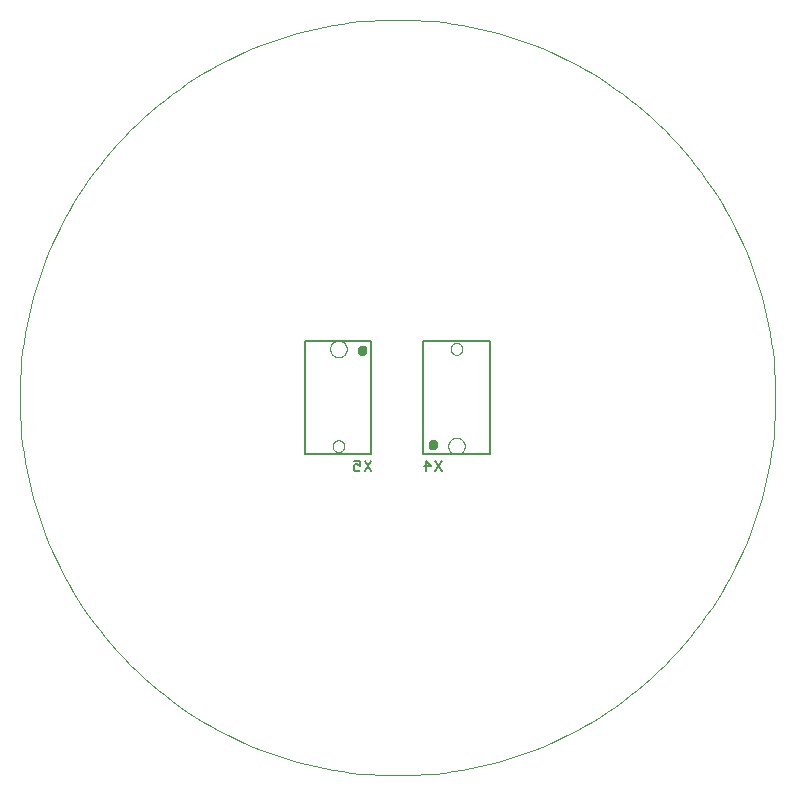
<source format=gbo>
G75*
%MOIN*%
%OFA0B0*%
%FSLAX25Y25*%
%IPPOS*%
%LPD*%
%AMOC8*
5,1,8,0,0,1.08239X$1,22.5*
%
%ADD10C,0.00394*%
%ADD11C,0.00000*%
%ADD12C,0.00787*%
%ADD13C,0.01575*%
%ADD14C,0.00600*%
D10*
X0001394Y0127378D02*
X0001432Y0130470D01*
X0001546Y0133560D01*
X0001735Y0136646D01*
X0002001Y0139727D01*
X0002341Y0142800D01*
X0002758Y0145864D01*
X0003249Y0148916D01*
X0003815Y0151956D01*
X0004455Y0154981D01*
X0005170Y0157990D01*
X0005958Y0160980D01*
X0006819Y0163949D01*
X0007753Y0166897D01*
X0008759Y0169821D01*
X0009836Y0172719D01*
X0010984Y0175590D01*
X0012202Y0178432D01*
X0013490Y0181243D01*
X0014846Y0184022D01*
X0016270Y0186766D01*
X0017761Y0189475D01*
X0019318Y0192147D01*
X0020940Y0194779D01*
X0022626Y0197371D01*
X0024375Y0199921D01*
X0026187Y0202427D01*
X0028059Y0204887D01*
X0029991Y0207301D01*
X0031982Y0209667D01*
X0034030Y0211984D01*
X0036134Y0214249D01*
X0038294Y0216462D01*
X0040507Y0218622D01*
X0042772Y0220726D01*
X0045089Y0222774D01*
X0047455Y0224765D01*
X0049869Y0226697D01*
X0052329Y0228569D01*
X0054835Y0230381D01*
X0057385Y0232130D01*
X0059977Y0233816D01*
X0062609Y0235438D01*
X0065281Y0236995D01*
X0067990Y0238486D01*
X0070734Y0239910D01*
X0073513Y0241266D01*
X0076324Y0242554D01*
X0079166Y0243772D01*
X0082037Y0244920D01*
X0084935Y0245997D01*
X0087859Y0247003D01*
X0090807Y0247937D01*
X0093776Y0248798D01*
X0096766Y0249586D01*
X0099775Y0250301D01*
X0102800Y0250941D01*
X0105840Y0251507D01*
X0108892Y0251998D01*
X0111956Y0252415D01*
X0115029Y0252755D01*
X0118110Y0253021D01*
X0121196Y0253210D01*
X0124286Y0253324D01*
X0127378Y0253362D01*
X0130470Y0253324D01*
X0133560Y0253210D01*
X0136646Y0253021D01*
X0139727Y0252755D01*
X0142800Y0252415D01*
X0145864Y0251998D01*
X0148916Y0251507D01*
X0151956Y0250941D01*
X0154981Y0250301D01*
X0157990Y0249586D01*
X0160980Y0248798D01*
X0163949Y0247937D01*
X0166897Y0247003D01*
X0169821Y0245997D01*
X0172719Y0244920D01*
X0175590Y0243772D01*
X0178432Y0242554D01*
X0181243Y0241266D01*
X0184022Y0239910D01*
X0186766Y0238486D01*
X0189475Y0236995D01*
X0192147Y0235438D01*
X0194779Y0233816D01*
X0197371Y0232130D01*
X0199921Y0230381D01*
X0202427Y0228569D01*
X0204887Y0226697D01*
X0207301Y0224765D01*
X0209667Y0222774D01*
X0211984Y0220726D01*
X0214249Y0218622D01*
X0216462Y0216462D01*
X0218622Y0214249D01*
X0220726Y0211984D01*
X0222774Y0209667D01*
X0224765Y0207301D01*
X0226697Y0204887D01*
X0228569Y0202427D01*
X0230381Y0199921D01*
X0232130Y0197371D01*
X0233816Y0194779D01*
X0235438Y0192147D01*
X0236995Y0189475D01*
X0238486Y0186766D01*
X0239910Y0184022D01*
X0241266Y0181243D01*
X0242554Y0178432D01*
X0243772Y0175590D01*
X0244920Y0172719D01*
X0245997Y0169821D01*
X0247003Y0166897D01*
X0247937Y0163949D01*
X0248798Y0160980D01*
X0249586Y0157990D01*
X0250301Y0154981D01*
X0250941Y0151956D01*
X0251507Y0148916D01*
X0251998Y0145864D01*
X0252415Y0142800D01*
X0252755Y0139727D01*
X0253021Y0136646D01*
X0253210Y0133560D01*
X0253324Y0130470D01*
X0253362Y0127378D01*
X0253324Y0124286D01*
X0253210Y0121196D01*
X0253021Y0118110D01*
X0252755Y0115029D01*
X0252415Y0111956D01*
X0251998Y0108892D01*
X0251507Y0105840D01*
X0250941Y0102800D01*
X0250301Y0099775D01*
X0249586Y0096766D01*
X0248798Y0093776D01*
X0247937Y0090807D01*
X0247003Y0087859D01*
X0245997Y0084935D01*
X0244920Y0082037D01*
X0243772Y0079166D01*
X0242554Y0076324D01*
X0241266Y0073513D01*
X0239910Y0070734D01*
X0238486Y0067990D01*
X0236995Y0065281D01*
X0235438Y0062609D01*
X0233816Y0059977D01*
X0232130Y0057385D01*
X0230381Y0054835D01*
X0228569Y0052329D01*
X0226697Y0049869D01*
X0224765Y0047455D01*
X0222774Y0045089D01*
X0220726Y0042772D01*
X0218622Y0040507D01*
X0216462Y0038294D01*
X0214249Y0036134D01*
X0211984Y0034030D01*
X0209667Y0031982D01*
X0207301Y0029991D01*
X0204887Y0028059D01*
X0202427Y0026187D01*
X0199921Y0024375D01*
X0197371Y0022626D01*
X0194779Y0020940D01*
X0192147Y0019318D01*
X0189475Y0017761D01*
X0186766Y0016270D01*
X0184022Y0014846D01*
X0181243Y0013490D01*
X0178432Y0012202D01*
X0175590Y0010984D01*
X0172719Y0009836D01*
X0169821Y0008759D01*
X0166897Y0007753D01*
X0163949Y0006819D01*
X0160980Y0005958D01*
X0157990Y0005170D01*
X0154981Y0004455D01*
X0151956Y0003815D01*
X0148916Y0003249D01*
X0145864Y0002758D01*
X0142800Y0002341D01*
X0139727Y0002001D01*
X0136646Y0001735D01*
X0133560Y0001546D01*
X0130470Y0001432D01*
X0127378Y0001394D01*
X0124286Y0001432D01*
X0121196Y0001546D01*
X0118110Y0001735D01*
X0115029Y0002001D01*
X0111956Y0002341D01*
X0108892Y0002758D01*
X0105840Y0003249D01*
X0102800Y0003815D01*
X0099775Y0004455D01*
X0096766Y0005170D01*
X0093776Y0005958D01*
X0090807Y0006819D01*
X0087859Y0007753D01*
X0084935Y0008759D01*
X0082037Y0009836D01*
X0079166Y0010984D01*
X0076324Y0012202D01*
X0073513Y0013490D01*
X0070734Y0014846D01*
X0067990Y0016270D01*
X0065281Y0017761D01*
X0062609Y0019318D01*
X0059977Y0020940D01*
X0057385Y0022626D01*
X0054835Y0024375D01*
X0052329Y0026187D01*
X0049869Y0028059D01*
X0047455Y0029991D01*
X0045089Y0031982D01*
X0042772Y0034030D01*
X0040507Y0036134D01*
X0038294Y0038294D01*
X0036134Y0040507D01*
X0034030Y0042772D01*
X0031982Y0045089D01*
X0029991Y0047455D01*
X0028059Y0049869D01*
X0026187Y0052329D01*
X0024375Y0054835D01*
X0022626Y0057385D01*
X0020940Y0059977D01*
X0019318Y0062609D01*
X0017761Y0065281D01*
X0016270Y0067990D01*
X0014846Y0070734D01*
X0013490Y0073513D01*
X0012202Y0076324D01*
X0010984Y0079166D01*
X0009836Y0082037D01*
X0008759Y0084935D01*
X0007753Y0087859D01*
X0006819Y0090807D01*
X0005958Y0093776D01*
X0005170Y0096766D01*
X0004455Y0099775D01*
X0003815Y0102800D01*
X0003249Y0105840D01*
X0002758Y0108892D01*
X0002341Y0111956D01*
X0002001Y0115029D01*
X0001735Y0118110D01*
X0001546Y0121196D01*
X0001432Y0124286D01*
X0001394Y0127378D01*
D11*
X0104937Y0143579D02*
X0104939Y0143684D01*
X0104945Y0143789D01*
X0104955Y0143893D01*
X0104969Y0143997D01*
X0104987Y0144101D01*
X0105009Y0144203D01*
X0105034Y0144305D01*
X0105064Y0144406D01*
X0105097Y0144505D01*
X0105134Y0144603D01*
X0105175Y0144700D01*
X0105220Y0144795D01*
X0105268Y0144888D01*
X0105319Y0144980D01*
X0105375Y0145069D01*
X0105433Y0145156D01*
X0105495Y0145241D01*
X0105559Y0145324D01*
X0105627Y0145404D01*
X0105698Y0145481D01*
X0105772Y0145555D01*
X0105849Y0145627D01*
X0105928Y0145696D01*
X0106010Y0145761D01*
X0106094Y0145824D01*
X0106181Y0145883D01*
X0106270Y0145939D01*
X0106361Y0145992D01*
X0106454Y0146041D01*
X0106548Y0146086D01*
X0106644Y0146128D01*
X0106742Y0146166D01*
X0106841Y0146200D01*
X0106942Y0146231D01*
X0107043Y0146257D01*
X0107146Y0146280D01*
X0107249Y0146299D01*
X0107353Y0146314D01*
X0107457Y0146325D01*
X0107562Y0146332D01*
X0107667Y0146335D01*
X0107772Y0146334D01*
X0107877Y0146329D01*
X0107981Y0146320D01*
X0108085Y0146307D01*
X0108189Y0146290D01*
X0108292Y0146269D01*
X0108394Y0146244D01*
X0108495Y0146216D01*
X0108594Y0146183D01*
X0108693Y0146147D01*
X0108790Y0146107D01*
X0108885Y0146064D01*
X0108979Y0146016D01*
X0109071Y0145966D01*
X0109161Y0145912D01*
X0109249Y0145854D01*
X0109334Y0145793D01*
X0109417Y0145729D01*
X0109498Y0145662D01*
X0109576Y0145592D01*
X0109651Y0145518D01*
X0109723Y0145443D01*
X0109793Y0145364D01*
X0109859Y0145283D01*
X0109923Y0145199D01*
X0109983Y0145113D01*
X0110039Y0145025D01*
X0110093Y0144934D01*
X0110143Y0144842D01*
X0110189Y0144748D01*
X0110232Y0144652D01*
X0110271Y0144554D01*
X0110306Y0144456D01*
X0110337Y0144355D01*
X0110365Y0144254D01*
X0110389Y0144152D01*
X0110409Y0144049D01*
X0110425Y0143945D01*
X0110437Y0143841D01*
X0110445Y0143736D01*
X0110449Y0143631D01*
X0110449Y0143527D01*
X0110445Y0143422D01*
X0110437Y0143317D01*
X0110425Y0143213D01*
X0110409Y0143109D01*
X0110389Y0143006D01*
X0110365Y0142904D01*
X0110337Y0142803D01*
X0110306Y0142702D01*
X0110271Y0142604D01*
X0110232Y0142506D01*
X0110189Y0142410D01*
X0110143Y0142316D01*
X0110093Y0142224D01*
X0110039Y0142133D01*
X0109983Y0142045D01*
X0109923Y0141959D01*
X0109859Y0141875D01*
X0109793Y0141794D01*
X0109723Y0141715D01*
X0109651Y0141640D01*
X0109576Y0141566D01*
X0109498Y0141496D01*
X0109417Y0141429D01*
X0109334Y0141365D01*
X0109249Y0141304D01*
X0109161Y0141246D01*
X0109071Y0141192D01*
X0108979Y0141142D01*
X0108885Y0141094D01*
X0108790Y0141051D01*
X0108693Y0141011D01*
X0108594Y0140975D01*
X0108495Y0140942D01*
X0108394Y0140914D01*
X0108292Y0140889D01*
X0108189Y0140868D01*
X0108085Y0140851D01*
X0107981Y0140838D01*
X0107877Y0140829D01*
X0107772Y0140824D01*
X0107667Y0140823D01*
X0107562Y0140826D01*
X0107457Y0140833D01*
X0107353Y0140844D01*
X0107249Y0140859D01*
X0107146Y0140878D01*
X0107043Y0140901D01*
X0106942Y0140927D01*
X0106841Y0140958D01*
X0106742Y0140992D01*
X0106644Y0141030D01*
X0106548Y0141072D01*
X0106454Y0141117D01*
X0106361Y0141166D01*
X0106270Y0141219D01*
X0106181Y0141275D01*
X0106094Y0141334D01*
X0106010Y0141397D01*
X0105928Y0141462D01*
X0105849Y0141531D01*
X0105772Y0141603D01*
X0105698Y0141677D01*
X0105627Y0141754D01*
X0105559Y0141834D01*
X0105495Y0141917D01*
X0105433Y0142002D01*
X0105375Y0142089D01*
X0105319Y0142178D01*
X0105268Y0142270D01*
X0105220Y0142363D01*
X0105175Y0142458D01*
X0105134Y0142555D01*
X0105097Y0142653D01*
X0105064Y0142752D01*
X0105034Y0142853D01*
X0105009Y0142955D01*
X0104987Y0143057D01*
X0104969Y0143161D01*
X0104955Y0143265D01*
X0104945Y0143369D01*
X0104939Y0143474D01*
X0104937Y0143579D01*
X0105724Y0111177D02*
X0105726Y0111265D01*
X0105732Y0111353D01*
X0105742Y0111441D01*
X0105756Y0111529D01*
X0105773Y0111615D01*
X0105795Y0111701D01*
X0105820Y0111785D01*
X0105850Y0111869D01*
X0105882Y0111951D01*
X0105919Y0112031D01*
X0105959Y0112110D01*
X0106003Y0112187D01*
X0106050Y0112262D01*
X0106100Y0112334D01*
X0106154Y0112405D01*
X0106210Y0112472D01*
X0106270Y0112538D01*
X0106332Y0112600D01*
X0106398Y0112660D01*
X0106465Y0112716D01*
X0106536Y0112770D01*
X0106608Y0112820D01*
X0106683Y0112867D01*
X0106760Y0112911D01*
X0106839Y0112951D01*
X0106919Y0112988D01*
X0107001Y0113020D01*
X0107085Y0113050D01*
X0107169Y0113075D01*
X0107255Y0113097D01*
X0107341Y0113114D01*
X0107429Y0113128D01*
X0107517Y0113138D01*
X0107605Y0113144D01*
X0107693Y0113146D01*
X0107781Y0113144D01*
X0107869Y0113138D01*
X0107957Y0113128D01*
X0108045Y0113114D01*
X0108131Y0113097D01*
X0108217Y0113075D01*
X0108301Y0113050D01*
X0108385Y0113020D01*
X0108467Y0112988D01*
X0108547Y0112951D01*
X0108626Y0112911D01*
X0108703Y0112867D01*
X0108778Y0112820D01*
X0108850Y0112770D01*
X0108921Y0112716D01*
X0108988Y0112660D01*
X0109054Y0112600D01*
X0109116Y0112538D01*
X0109176Y0112472D01*
X0109232Y0112405D01*
X0109286Y0112334D01*
X0109336Y0112262D01*
X0109383Y0112187D01*
X0109427Y0112110D01*
X0109467Y0112031D01*
X0109504Y0111951D01*
X0109536Y0111869D01*
X0109566Y0111785D01*
X0109591Y0111701D01*
X0109613Y0111615D01*
X0109630Y0111529D01*
X0109644Y0111441D01*
X0109654Y0111353D01*
X0109660Y0111265D01*
X0109662Y0111177D01*
X0109660Y0111089D01*
X0109654Y0111001D01*
X0109644Y0110913D01*
X0109630Y0110825D01*
X0109613Y0110739D01*
X0109591Y0110653D01*
X0109566Y0110569D01*
X0109536Y0110485D01*
X0109504Y0110403D01*
X0109467Y0110323D01*
X0109427Y0110244D01*
X0109383Y0110167D01*
X0109336Y0110092D01*
X0109286Y0110020D01*
X0109232Y0109949D01*
X0109176Y0109882D01*
X0109116Y0109816D01*
X0109054Y0109754D01*
X0108988Y0109694D01*
X0108921Y0109638D01*
X0108850Y0109584D01*
X0108778Y0109534D01*
X0108703Y0109487D01*
X0108626Y0109443D01*
X0108547Y0109403D01*
X0108467Y0109366D01*
X0108385Y0109334D01*
X0108301Y0109304D01*
X0108217Y0109279D01*
X0108131Y0109257D01*
X0108045Y0109240D01*
X0107957Y0109226D01*
X0107869Y0109216D01*
X0107781Y0109210D01*
X0107693Y0109208D01*
X0107605Y0109210D01*
X0107517Y0109216D01*
X0107429Y0109226D01*
X0107341Y0109240D01*
X0107255Y0109257D01*
X0107169Y0109279D01*
X0107085Y0109304D01*
X0107001Y0109334D01*
X0106919Y0109366D01*
X0106839Y0109403D01*
X0106760Y0109443D01*
X0106683Y0109487D01*
X0106608Y0109534D01*
X0106536Y0109584D01*
X0106465Y0109638D01*
X0106398Y0109694D01*
X0106332Y0109754D01*
X0106270Y0109816D01*
X0106210Y0109882D01*
X0106154Y0109949D01*
X0106100Y0110020D01*
X0106050Y0110092D01*
X0106003Y0110167D01*
X0105959Y0110244D01*
X0105919Y0110323D01*
X0105882Y0110403D01*
X0105850Y0110485D01*
X0105820Y0110569D01*
X0105795Y0110653D01*
X0105773Y0110739D01*
X0105756Y0110825D01*
X0105742Y0110913D01*
X0105732Y0111001D01*
X0105726Y0111089D01*
X0105724Y0111177D01*
X0144307Y0111177D02*
X0144309Y0111282D01*
X0144315Y0111387D01*
X0144325Y0111491D01*
X0144339Y0111595D01*
X0144357Y0111699D01*
X0144379Y0111801D01*
X0144404Y0111903D01*
X0144434Y0112004D01*
X0144467Y0112103D01*
X0144504Y0112201D01*
X0144545Y0112298D01*
X0144590Y0112393D01*
X0144638Y0112486D01*
X0144689Y0112578D01*
X0144745Y0112667D01*
X0144803Y0112754D01*
X0144865Y0112839D01*
X0144929Y0112922D01*
X0144997Y0113002D01*
X0145068Y0113079D01*
X0145142Y0113153D01*
X0145219Y0113225D01*
X0145298Y0113294D01*
X0145380Y0113359D01*
X0145464Y0113422D01*
X0145551Y0113481D01*
X0145640Y0113537D01*
X0145731Y0113590D01*
X0145824Y0113639D01*
X0145918Y0113684D01*
X0146014Y0113726D01*
X0146112Y0113764D01*
X0146211Y0113798D01*
X0146312Y0113829D01*
X0146413Y0113855D01*
X0146516Y0113878D01*
X0146619Y0113897D01*
X0146723Y0113912D01*
X0146827Y0113923D01*
X0146932Y0113930D01*
X0147037Y0113933D01*
X0147142Y0113932D01*
X0147247Y0113927D01*
X0147351Y0113918D01*
X0147455Y0113905D01*
X0147559Y0113888D01*
X0147662Y0113867D01*
X0147764Y0113842D01*
X0147865Y0113814D01*
X0147964Y0113781D01*
X0148063Y0113745D01*
X0148160Y0113705D01*
X0148255Y0113662D01*
X0148349Y0113614D01*
X0148441Y0113564D01*
X0148531Y0113510D01*
X0148619Y0113452D01*
X0148704Y0113391D01*
X0148787Y0113327D01*
X0148868Y0113260D01*
X0148946Y0113190D01*
X0149021Y0113116D01*
X0149093Y0113041D01*
X0149163Y0112962D01*
X0149229Y0112881D01*
X0149293Y0112797D01*
X0149353Y0112711D01*
X0149409Y0112623D01*
X0149463Y0112532D01*
X0149513Y0112440D01*
X0149559Y0112346D01*
X0149602Y0112250D01*
X0149641Y0112152D01*
X0149676Y0112054D01*
X0149707Y0111953D01*
X0149735Y0111852D01*
X0149759Y0111750D01*
X0149779Y0111647D01*
X0149795Y0111543D01*
X0149807Y0111439D01*
X0149815Y0111334D01*
X0149819Y0111229D01*
X0149819Y0111125D01*
X0149815Y0111020D01*
X0149807Y0110915D01*
X0149795Y0110811D01*
X0149779Y0110707D01*
X0149759Y0110604D01*
X0149735Y0110502D01*
X0149707Y0110401D01*
X0149676Y0110300D01*
X0149641Y0110202D01*
X0149602Y0110104D01*
X0149559Y0110008D01*
X0149513Y0109914D01*
X0149463Y0109822D01*
X0149409Y0109731D01*
X0149353Y0109643D01*
X0149293Y0109557D01*
X0149229Y0109473D01*
X0149163Y0109392D01*
X0149093Y0109313D01*
X0149021Y0109238D01*
X0148946Y0109164D01*
X0148868Y0109094D01*
X0148787Y0109027D01*
X0148704Y0108963D01*
X0148619Y0108902D01*
X0148531Y0108844D01*
X0148441Y0108790D01*
X0148349Y0108740D01*
X0148255Y0108692D01*
X0148160Y0108649D01*
X0148063Y0108609D01*
X0147964Y0108573D01*
X0147865Y0108540D01*
X0147764Y0108512D01*
X0147662Y0108487D01*
X0147559Y0108466D01*
X0147455Y0108449D01*
X0147351Y0108436D01*
X0147247Y0108427D01*
X0147142Y0108422D01*
X0147037Y0108421D01*
X0146932Y0108424D01*
X0146827Y0108431D01*
X0146723Y0108442D01*
X0146619Y0108457D01*
X0146516Y0108476D01*
X0146413Y0108499D01*
X0146312Y0108525D01*
X0146211Y0108556D01*
X0146112Y0108590D01*
X0146014Y0108628D01*
X0145918Y0108670D01*
X0145824Y0108715D01*
X0145731Y0108764D01*
X0145640Y0108817D01*
X0145551Y0108873D01*
X0145464Y0108932D01*
X0145380Y0108995D01*
X0145298Y0109060D01*
X0145219Y0109129D01*
X0145142Y0109201D01*
X0145068Y0109275D01*
X0144997Y0109352D01*
X0144929Y0109432D01*
X0144865Y0109515D01*
X0144803Y0109600D01*
X0144745Y0109687D01*
X0144689Y0109776D01*
X0144638Y0109868D01*
X0144590Y0109961D01*
X0144545Y0110056D01*
X0144504Y0110153D01*
X0144467Y0110251D01*
X0144434Y0110350D01*
X0144404Y0110451D01*
X0144379Y0110553D01*
X0144357Y0110655D01*
X0144339Y0110759D01*
X0144325Y0110863D01*
X0144315Y0110967D01*
X0144309Y0111072D01*
X0144307Y0111177D01*
X0145094Y0143579D02*
X0145096Y0143667D01*
X0145102Y0143755D01*
X0145112Y0143843D01*
X0145126Y0143931D01*
X0145143Y0144017D01*
X0145165Y0144103D01*
X0145190Y0144187D01*
X0145220Y0144271D01*
X0145252Y0144353D01*
X0145289Y0144433D01*
X0145329Y0144512D01*
X0145373Y0144589D01*
X0145420Y0144664D01*
X0145470Y0144736D01*
X0145524Y0144807D01*
X0145580Y0144874D01*
X0145640Y0144940D01*
X0145702Y0145002D01*
X0145768Y0145062D01*
X0145835Y0145118D01*
X0145906Y0145172D01*
X0145978Y0145222D01*
X0146053Y0145269D01*
X0146130Y0145313D01*
X0146209Y0145353D01*
X0146289Y0145390D01*
X0146371Y0145422D01*
X0146455Y0145452D01*
X0146539Y0145477D01*
X0146625Y0145499D01*
X0146711Y0145516D01*
X0146799Y0145530D01*
X0146887Y0145540D01*
X0146975Y0145546D01*
X0147063Y0145548D01*
X0147151Y0145546D01*
X0147239Y0145540D01*
X0147327Y0145530D01*
X0147415Y0145516D01*
X0147501Y0145499D01*
X0147587Y0145477D01*
X0147671Y0145452D01*
X0147755Y0145422D01*
X0147837Y0145390D01*
X0147917Y0145353D01*
X0147996Y0145313D01*
X0148073Y0145269D01*
X0148148Y0145222D01*
X0148220Y0145172D01*
X0148291Y0145118D01*
X0148358Y0145062D01*
X0148424Y0145002D01*
X0148486Y0144940D01*
X0148546Y0144874D01*
X0148602Y0144807D01*
X0148656Y0144736D01*
X0148706Y0144664D01*
X0148753Y0144589D01*
X0148797Y0144512D01*
X0148837Y0144433D01*
X0148874Y0144353D01*
X0148906Y0144271D01*
X0148936Y0144187D01*
X0148961Y0144103D01*
X0148983Y0144017D01*
X0149000Y0143931D01*
X0149014Y0143843D01*
X0149024Y0143755D01*
X0149030Y0143667D01*
X0149032Y0143579D01*
X0149030Y0143491D01*
X0149024Y0143403D01*
X0149014Y0143315D01*
X0149000Y0143227D01*
X0148983Y0143141D01*
X0148961Y0143055D01*
X0148936Y0142971D01*
X0148906Y0142887D01*
X0148874Y0142805D01*
X0148837Y0142725D01*
X0148797Y0142646D01*
X0148753Y0142569D01*
X0148706Y0142494D01*
X0148656Y0142422D01*
X0148602Y0142351D01*
X0148546Y0142284D01*
X0148486Y0142218D01*
X0148424Y0142156D01*
X0148358Y0142096D01*
X0148291Y0142040D01*
X0148220Y0141986D01*
X0148148Y0141936D01*
X0148073Y0141889D01*
X0147996Y0141845D01*
X0147917Y0141805D01*
X0147837Y0141768D01*
X0147755Y0141736D01*
X0147671Y0141706D01*
X0147587Y0141681D01*
X0147501Y0141659D01*
X0147415Y0141642D01*
X0147327Y0141628D01*
X0147239Y0141618D01*
X0147151Y0141612D01*
X0147063Y0141610D01*
X0146975Y0141612D01*
X0146887Y0141618D01*
X0146799Y0141628D01*
X0146711Y0141642D01*
X0146625Y0141659D01*
X0146539Y0141681D01*
X0146455Y0141706D01*
X0146371Y0141736D01*
X0146289Y0141768D01*
X0146209Y0141805D01*
X0146130Y0141845D01*
X0146053Y0141889D01*
X0145978Y0141936D01*
X0145906Y0141986D01*
X0145835Y0142040D01*
X0145768Y0142096D01*
X0145702Y0142156D01*
X0145640Y0142218D01*
X0145580Y0142284D01*
X0145524Y0142351D01*
X0145470Y0142422D01*
X0145420Y0142494D01*
X0145373Y0142569D01*
X0145329Y0142646D01*
X0145289Y0142725D01*
X0145252Y0142805D01*
X0145220Y0142887D01*
X0145190Y0142971D01*
X0145165Y0143055D01*
X0145143Y0143141D01*
X0145126Y0143227D01*
X0145112Y0143315D01*
X0145102Y0143403D01*
X0145096Y0143491D01*
X0145094Y0143579D01*
D12*
X0118717Y0108579D02*
X0096669Y0108579D01*
X0096669Y0146177D01*
X0118717Y0146177D01*
X0118717Y0108579D01*
X0136039Y0108579D02*
X0158087Y0108579D01*
X0158087Y0146177D01*
X0136039Y0146177D01*
X0136039Y0108579D01*
D13*
X0138402Y0111630D02*
X0138404Y0111686D01*
X0138410Y0111741D01*
X0138420Y0111795D01*
X0138433Y0111849D01*
X0138451Y0111902D01*
X0138472Y0111953D01*
X0138496Y0112003D01*
X0138524Y0112051D01*
X0138556Y0112097D01*
X0138590Y0112141D01*
X0138628Y0112182D01*
X0138668Y0112220D01*
X0138711Y0112255D01*
X0138756Y0112287D01*
X0138804Y0112316D01*
X0138853Y0112342D01*
X0138904Y0112364D01*
X0138956Y0112382D01*
X0139010Y0112396D01*
X0139065Y0112407D01*
X0139120Y0112414D01*
X0139175Y0112417D01*
X0139231Y0112416D01*
X0139286Y0112411D01*
X0139341Y0112402D01*
X0139395Y0112390D01*
X0139448Y0112373D01*
X0139500Y0112353D01*
X0139550Y0112329D01*
X0139598Y0112302D01*
X0139645Y0112272D01*
X0139689Y0112238D01*
X0139731Y0112201D01*
X0139769Y0112161D01*
X0139806Y0112119D01*
X0139839Y0112074D01*
X0139868Y0112028D01*
X0139895Y0111979D01*
X0139917Y0111928D01*
X0139937Y0111876D01*
X0139952Y0111822D01*
X0139964Y0111768D01*
X0139972Y0111713D01*
X0139976Y0111658D01*
X0139976Y0111602D01*
X0139972Y0111547D01*
X0139964Y0111492D01*
X0139952Y0111438D01*
X0139937Y0111384D01*
X0139917Y0111332D01*
X0139895Y0111281D01*
X0139868Y0111232D01*
X0139839Y0111186D01*
X0139806Y0111141D01*
X0139769Y0111099D01*
X0139731Y0111059D01*
X0139689Y0111022D01*
X0139645Y0110988D01*
X0139598Y0110958D01*
X0139550Y0110931D01*
X0139500Y0110907D01*
X0139448Y0110887D01*
X0139395Y0110870D01*
X0139341Y0110858D01*
X0139286Y0110849D01*
X0139231Y0110844D01*
X0139175Y0110843D01*
X0139120Y0110846D01*
X0139065Y0110853D01*
X0139010Y0110864D01*
X0138956Y0110878D01*
X0138904Y0110896D01*
X0138853Y0110918D01*
X0138804Y0110944D01*
X0138756Y0110973D01*
X0138711Y0111005D01*
X0138668Y0111040D01*
X0138628Y0111078D01*
X0138590Y0111119D01*
X0138556Y0111163D01*
X0138524Y0111209D01*
X0138496Y0111257D01*
X0138472Y0111307D01*
X0138451Y0111358D01*
X0138433Y0111411D01*
X0138420Y0111465D01*
X0138410Y0111519D01*
X0138404Y0111574D01*
X0138402Y0111630D01*
X0114780Y0143126D02*
X0114782Y0143182D01*
X0114788Y0143237D01*
X0114798Y0143291D01*
X0114811Y0143345D01*
X0114829Y0143398D01*
X0114850Y0143449D01*
X0114874Y0143499D01*
X0114902Y0143547D01*
X0114934Y0143593D01*
X0114968Y0143637D01*
X0115006Y0143678D01*
X0115046Y0143716D01*
X0115089Y0143751D01*
X0115134Y0143783D01*
X0115182Y0143812D01*
X0115231Y0143838D01*
X0115282Y0143860D01*
X0115334Y0143878D01*
X0115388Y0143892D01*
X0115443Y0143903D01*
X0115498Y0143910D01*
X0115553Y0143913D01*
X0115609Y0143912D01*
X0115664Y0143907D01*
X0115719Y0143898D01*
X0115773Y0143886D01*
X0115826Y0143869D01*
X0115878Y0143849D01*
X0115928Y0143825D01*
X0115976Y0143798D01*
X0116023Y0143768D01*
X0116067Y0143734D01*
X0116109Y0143697D01*
X0116147Y0143657D01*
X0116184Y0143615D01*
X0116217Y0143570D01*
X0116246Y0143524D01*
X0116273Y0143475D01*
X0116295Y0143424D01*
X0116315Y0143372D01*
X0116330Y0143318D01*
X0116342Y0143264D01*
X0116350Y0143209D01*
X0116354Y0143154D01*
X0116354Y0143098D01*
X0116350Y0143043D01*
X0116342Y0142988D01*
X0116330Y0142934D01*
X0116315Y0142880D01*
X0116295Y0142828D01*
X0116273Y0142777D01*
X0116246Y0142728D01*
X0116217Y0142682D01*
X0116184Y0142637D01*
X0116147Y0142595D01*
X0116109Y0142555D01*
X0116067Y0142518D01*
X0116023Y0142484D01*
X0115976Y0142454D01*
X0115928Y0142427D01*
X0115878Y0142403D01*
X0115826Y0142383D01*
X0115773Y0142366D01*
X0115719Y0142354D01*
X0115664Y0142345D01*
X0115609Y0142340D01*
X0115553Y0142339D01*
X0115498Y0142342D01*
X0115443Y0142349D01*
X0115388Y0142360D01*
X0115334Y0142374D01*
X0115282Y0142392D01*
X0115231Y0142414D01*
X0115182Y0142440D01*
X0115134Y0142469D01*
X0115089Y0142501D01*
X0115046Y0142536D01*
X0115006Y0142574D01*
X0114968Y0142615D01*
X0114934Y0142659D01*
X0114902Y0142705D01*
X0114874Y0142753D01*
X0114850Y0142803D01*
X0114829Y0142854D01*
X0114811Y0142907D01*
X0114798Y0142961D01*
X0114788Y0143015D01*
X0114782Y0143070D01*
X0114780Y0143126D01*
D14*
X0115013Y0106215D02*
X0112744Y0106215D01*
X0113312Y0105080D02*
X0112744Y0104513D01*
X0112744Y0103379D01*
X0113312Y0102812D01*
X0114446Y0102812D01*
X0115013Y0103379D01*
X0115013Y0104513D02*
X0113879Y0105080D01*
X0113312Y0105080D01*
X0115013Y0104513D02*
X0115013Y0106215D01*
X0116428Y0106215D02*
X0118696Y0102812D01*
X0116428Y0102812D02*
X0118696Y0106215D01*
X0136367Y0104513D02*
X0138635Y0104513D01*
X0136934Y0106215D01*
X0136934Y0102812D01*
X0140050Y0102812D02*
X0142318Y0106215D01*
X0140050Y0106215D02*
X0142318Y0102812D01*
M02*

</source>
